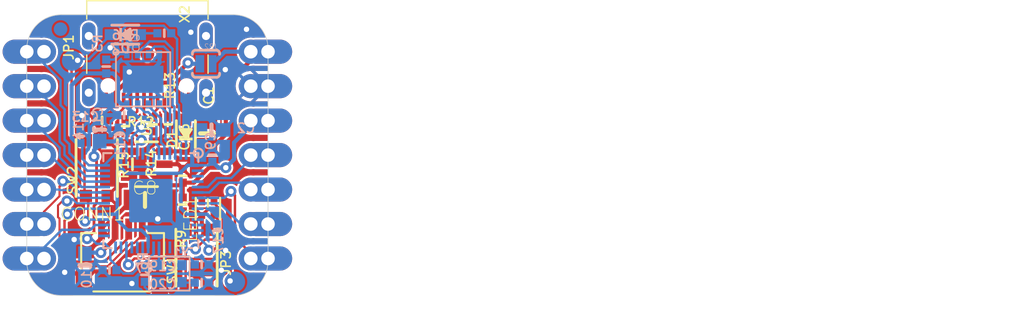
<source format=kicad_pcb>
(kicad_pcb (version 20221018) (generator pcbnew)
  (layers (0 "F.Cu" signal) (1 "In1.Cu" signal) (2 "In2.Cu" signal) (3 "In3.Cu" signal) (4 "In4.Cu" signal) (5 "In5.Cu" signal) (6 "In6.Cu" signal) (7 "In7.Cu" signal) (8 "In8.Cu" signal) (9 "In9.Cu" signal) (10 "In10.Cu" signal) (11 "In11.Cu" signal) (12 "In12.Cu" signal) (13 "In13.Cu" signal) (14 "In14.Cu" signal) (31 "B.Cu" signal) (34 "B.Paste" user) (35 "F.Paste" user) (36 "B.SilkS" user "B.Silkscreen") (37 "F.SilkS" user "F.Silkscreen") (38 "B.Mask" user) (39 "F.Mask" user) (44 "Edge.Cuts" user))
  (net 0 "")
  (net 1 "GND")
  (net 2 "D+")
  (net 3 "D-")
  (net 4 "VBUS")
  (net 5 "~{RESET}")
  (net 6 "SWCLK")
  (net 7 "SWDIO")
  (net 8 "A0")
  (net 9 "CC1")
  (net 10 "CC2")
  (net 11 "A1")
  (net 12 "MOSI")
  (net 13 "MISO")
  (net 14 "SCK")
  (net 15 "A2")
  (net 16 "A3")
  (net 17 "SDA")
  (net 18 "SCL")
  (net 19 "NEOPIX")
  (net 20 "NEO_PWR")
  (net 21 "+5V")
  (net 22 "+3V3")
  (net 23 "QSPI_DATA[0]")
  (net 24 "QSPI_DATA[1]")
  (net 25 "QSPI_SCK")
  (net 26 "QSPI_CS")
  (net 27 "QSPI_DATA[3]")
  (net 28 "QSPI_DATA[2]")
  (net 29 "1.2V")
  (net 30 "TX")
  (net 31 "RX")
  (net 32 "USB_D+")
  (net 33 "USB_D-")
  (net 34 "USBBOOT")
  (net 35 "N$5")
  (net 36 "N$6")
  (net 37 "N$7")
  (net 38 "SDA1")
  (net 39 "SCL1")
  (net 40 "N$1")
  (footprint "working:_0402NO" (layer "F.Cu") (at 151.1046 108.6485 -90)
    (fp_text reference "R9")
    (fp_text value "10K")
  )
  (footprint "working:FIDUCIAL_1MM" (layer "F.Cu") (at 148.5011 97.5741)
    (fp_text reference "U$8" hide)
    (fp_text value "FIDUCIAL_1MM" hide)
  )
  (footprint "working:JST_SH4_SKINNY" (layer "F.Cu") (at 146.6215 112.9665)
    (fp_text reference "CONN1")
    (fp_text value "STEMMA_I2C_QTSKINNY" hide)
  )
  (footprint "working:0805-NO" (layer "F.Cu") (at 152.8953 103.4034 90)
    (fp_text reference "C1")
    (fp_text value "10uF")
  )
  (footprint "working:QTPICO_TOP" (layer "F.Cu") (at 139.6111 115.3541)
    (fp_text reference "U$2" hide)
    (fp_text value "" hide)
  )
  (footprint "working:BTN_KMR2_4.6X2.8" (layer "F.Cu") (at 144.7673 105.9561 90)
    (fp_text reference "SW2")
    (fp_text value "KMR2")
  )
  (footprint "working:SOD-323_MINI" (layer "F.Cu") (at 151.3332 103.4669 90)
    (fp_text reference "D1")
    (fp_text value "  NSR0320")
  )
  (footprint "working:BTN_KMR2_4.6X2.8" (layer "F.Cu") (at 152.1206 112.5601 90)
    (fp_text reference "SW1")
    (fp_text value "KMR2")
  )
  (footprint "working:SK6805_1515" (layer "F.Cu") (at 152.9588 108.9533 90)
    (fp_text reference "LED1")
    (fp_text value "WS2812B_SK6805_1515")
  )
  (footprint "working:_0402NO" (layer "F.Cu") (at 150.0378 102.743 90)
    (fp_text reference "R13")
    (fp_text value "5.1K")
  )
  (footprint "working:_0402NO" (layer "F.Cu") (at 145.161 102.4382)
    (fp_text reference "R12")
    (fp_text value "5.1K")
  )
  (footprint "working:USB_C_CUSB31-CFM2AX-01-X" (layer "F.Cu") (at 148.5011 97.4344 180)
    (fp_text reference "X2")
    (fp_text value "USB Type C")
  )
  (footprint "working:0805-NO" (layer "F.Cu") (at 148.3233 108.3056)
    (fp_text reference "C8")
    (fp_text value "10uF")
  )
  (footprint "working:1X07_CASTEL" (layer "F.Cu") (at 140.8811 105.0036 -90)
    (fp_text reference "JP1")
    (fp_text value "")
  )
  (footprint "working:_0402NO" (layer "F.Cu") (at 146.8882 102.87 -90)
    (fp_text reference "R15")
    (fp_text value "27")
  )
  (footprint "working:_0402NO" (layer "F.Cu") (at 148.9202 102.743 -90)
    (fp_text reference "R14")
    (fp_text value "27")
  )
  (footprint "working:SOT23-5" (layer "F.Cu") (at 148.4503 105.6767 90)
    (fp_text reference "U1")
    (fp_text value "AP2112K-3.3")
  )
  (footprint "working:1X07_CASTEL" (layer "F.Cu") (at 156.1211 105.0036 90)
    (fp_text reference "JP3")
    (fp_text value "")
  )
  (footprint "working:_0402NO" (layer "F.Cu") (at 151.1046 106.5276 90)
    (fp_text reference "C16")
    (fp_text value "0.1uF")
  )
  (footprint "working:USON8_4X4" (layer "B.Cu") (at 148.1836 99.4156 -90)
    (fp_text reference "U5")
    (fp_text value "8MB QSPI Flash")
  )
  (footprint "working:QFN56_7MM_REDUCEDEPAD" (layer "B.Cu") (at 148.7551 108.3564 180)
    (fp_text reference "IC2" hide)
    (fp_text value "RP2040_QFN56" hide)
  )
  (footprint "working:0603-NO" (layer "B.Cu") (at 143.898703 113.123894 -90)
    (fp_text reference "C10")
    (fp_text value "1uF")
  )
  (footprint "working:_0402NO" (layer "B.Cu") (at 145.4658 98.4758 -90)
    (fp_text reference "R3")
    (fp_text value "10K")
  )
  (footprint "working:_0402NO" (layer "B.Cu") (at 152.5016 114.4016 180)
    (fp_text reference "C20")
    (fp_text value "22pF")
  )
  (footprint "working:_0402NO" (layer "B.Cu") (at 153.6065 110.5789 -90)
    (fp_text reference "C17")
    (fp_text value "0.1uF")
  )
  (footprint "working:0603-NO" (layer "B.Cu") (at 153.2255 103.1494)
    (fp_text reference "C2")
    (fp_text value "1uF")
  )
  (footprint "working:_0402NO" (layer "B.Cu") (at 153.289 104.9782 90)
    (fp_text reference "C9")
    (fp_text value "0.1uF")
  )
  (footprint "working:_0402NO" (layer "B.Cu") (at 149.7457 96.0247 180)
    (fp_text reference "R16")
    (fp_text value "1K")
  )
  (footprint "working:CRYSTAL_2.5X2" (layer "B.Cu") (at 150.114 113.7412 180)
    (fp_text reference "Y1")
    (fp_text value "12MHZ")
  )
  (footprint "working:_0402NO" (layer "B.Cu") (at 152.5016 113.0681 180)
    (fp_text reference "C19")
    (fp_text value "22pF")
  )
  (footprint "working:_0402NO" (layer "B.Cu") (at 146.7866 102.0572 180)
    (fp_text reference "C13")
    (fp_text value "0.1uF")
  )
  (footprint "working:_0402NO" (layer "B.Cu") (at 148.3106 113.8301 90)
    (fp_text reference "R6")
    (fp_text value "1K")
  )
  (footprint "working:_0402NO" (layer "B.Cu") (at 146.3802 103.4923 -90)
    (fp_text reference "C11")
    (fp_text value "0.1uF")
  )
  (footprint "working:SOD-323_MINI" (layer "B.Cu") (at 146.8755 96.1263)
    (fp_text reference "D2")
    (fp_text value "  NSR0320")
  )
  (footprint "working:_0402NO" (layer "B.Cu") (at 143.5608 103.6066 90)
    (fp_text reference "C14")
    (fp_text value "0.1uF")
  )
  (footprint "working:QTPICO_BOT" (layer "B.Cu") (at 157.3911 115.2906 180)
    (fp_text reference "U$1" hide)
    (fp_text value "" hide)
  )
  (footprint "working:0603-NO" (layer "B.Cu") (at 144.9832 103.124 90)
    (fp_text reference "C12")
    (fp_text value "1uF")
  )
  (footprint "working:FIDUCIAL_1MM" (layer "B.Cu") (at 142.1003 95.7199 180)
    (fp_text reference "U$6" hide)
    (fp_text value "FIDUCIAL_1MM" hide)
  )
  (footprint "working:TESTPOINT_ROUND_1.5MM_NO" (layer "B.Cu") (at 154.9527 114.3381 180)
    (fp_text reference "TP3" hide)
    (fp_text value "" hide)
  )
  (footprint "working:_0402NO" (layer "B.Cu") (at 145.7071 113.4745)
    (fp_text reference "C7")
    (fp_text value "0.1uF")
  )
  (footprint "working:TESTPOINT_ROUND_1.5MM_NO" (layer "B.Cu") (at 142.9512 98.044 180)
    (fp_text reference "TP4" hide)
    (fp_text value "" hide)
  )
  (footprint "working:SJ_2S-NO" (layer "B.Cu") (at 152.8191 98.2726 180)
    (fp_text reference "JP2")
    (fp_text value "")
  )
  (gr_line (start 157.3911 97.1931) (end 157.3911 112.8141) (stroke (width 0.05)) (layer "Edge.Cuts"))
  (gr_arc (start 142.1511 115.3541) (mid 140.355049 114.610151) (end 139.6111 112.8141) (stroke (width 0.05)) (layer "Edge.Cuts"))
  (gr_arc (start 157.3911 112.8141) (mid 156.647151 114.610151) (end 154.8511 115.3541) (stroke (width 0.05)) (layer "Edge.Cuts"))
  (gr_line (start 142.1511 94.6531) (end 154.8511 94.6531) (stroke (width 0.05)) (layer "Edge.Cuts"))
  (gr_line (start 154.8511 115.3541) (end 142.1511 115.3541) (stroke (width 0.05)) (layer "Edge.Cuts"))
  (gr_line (start 139.6111 112.8141) (end 139.6111 97.1931) (stroke (width 0.05)) (layer "Edge.Cuts"))
  (gr_arc (start 154.8511 94.6531) (mid 156.647151 95.397049) (end 157.3911 97.1931) (stroke (width 0.05)) (layer "Edge.Cuts"))
  (gr_arc (start 139.6111 97.1931) (mid 140.355049 95.397049) (end 142.1511 94.6531) (stroke (width 0.05)) (layer "Edge.Cuts"))
  (gr_text "" (at 212.9409 112.7633) (layer "F.SilkS") (effects (font (size 0.89408 0.89408) (thickness 0.12192))))
  (segment (start 149.7504 105.6767) (end 150.7617 105.6767) (width 0.3048) (layer "F.Cu") (net 1))
  (segment (start 145.5673 103.5886) (end 144.653 102.6743) (width 0.3048) (layer "F.Cu") (net 1))
  (segment (start 144.653 102.4382) (end 144.653 101.7905) (width 0.3048) (layer "F.Cu") (net 1))
  (segment (start 151.7011 100.9794) (end 151.7011 101.2592) (width 0.3048) (layer "F.Cu") (net 1))
  (segment (start 145.5673 103.9061) (end 145.5673 103.5886) (width 0.3048) (layer "F.Cu") (net 1))
  (segment (start 149.2733 108.3056) (end 149.2733 109.6924) (width 0.3048) (layer "F.Cu") (net 1))
  (segment (start 145.1215 110.4525) (end 145.1215 111.1137) (width 0.3048) (layer "F.Cu") (net 1))
  (segment (start 152.5088 110.0983) (end 152.9206 110.5101) (width 0.3048) (layer "F.Cu") (net 1))
  (segment (start 152.5088 109.4533) (end 152.5088 110.0983) (width 0.3048) (layer "F.Cu") (net 1))
  (segment (start 145.3011 101.1424) (end 144.653 101.7905) (width 0.3048) (layer "F.Cu") (net 1))
  (segment (start 153.1366 101.9556) (end 153.7716 101.3206) (width 0.4064) (layer "F.Cu") (net 1))
  (segment (start 151.7011 101.2592) (end 152.8953 102.4534) (width 0.3048) (layer "F.Cu") (net 1))
  (segment (start 145.1215 111.1137) (end 144.1196 112.1156) (width 0.3048) (layer "F.Cu") (net 1))
  (segment (start 144.653 102.4382) (end 144.653 102.6743) (width 0.3048) (layer "F.Cu") (net 1))
  (segment (start 145.3011 100.9794) (end 145.3011 101.1424) (width 0.3048) (layer "F.Cu") (net 1))
  (segment (start 149.2733 109.6924) (end 149.2631 109.7026) (width 0.3048) (layer "F.Cu") (net 1))
  (segment (start 150.7617 105.6767) (end 151.1046 106.0196) (width 0.3048) (layer "F.Cu") (net 1))
  (via (at 154.2669 112.0267) (size 0.8001) (drill 0.3937) (layers "F.Cu" "B.Cu") (net 1))
  (via (at 155.8036 95.7326) (size 0.8001) (drill 0.3937) (layers "F.Cu" "B.Cu") (net 1))
  (via (at 151.7015 95.9485) (size 0.8001) (drill 0.3937) (layers "F.Cu" "B.Cu") (net 1))
  (via (at 154.2415 98.7044) (size 0.8001) (drill 0.3937) (layers "F.Cu" "B.Cu") (net 1))
  (via (at 143.1036 111.2266) (size 0.8001) (drill 0.3937) (layers "F.Cu" "B.Cu") (net 1))
  (via (at 153.9494 113.4872) (size 0.8001) (drill 0.3937) (layers "F.Cu" "B.Cu") (net 1))
  (via (at 145.7579 97.0915) (size 0.8001) (drill 0.3937) (layers "F.Cu" "B.Cu") (net 1))
  (via (at 147.1676 98.8822) (size 0.8001) (drill 0.3937) (layers "F.Cu" "B.Cu") (net 1))
  (via (at 149.2631 109.7026) (size 0.8001) (drill 0.3937) (layers "F.Cu" "B.Cu") (net 1))
  (via (at 147.3581 114.4651) (size 0.8001) (drill 0.3937) (layers "F.Cu" "B.Cu") (net 1))
  (via (at 142.4051 113.6396) (size 0.8001) (drill 0.3937) (layers "F.Cu" "B.Cu") (net 1))
  (via (at 143.6751 102.0826) (size 0.8001) (drill 0.3937) (layers "F.Cu" "B.Cu") (net 1))
  (segment (start 148.1836 99.4156) (end 147.6502 98.8822) (width 0.3048) (layer "B.Cu") (net 1))
  (segment (start 148.7551 108.3564) (end 149.2631 108.8644) (width 0.3048) (layer "B.Cu") (net 1))
  (segment (start 149.3836 97.5656) (end 149.3836 98.2156) (width 0.3048) (layer "B.Cu") (net 1))
  (segment (start 149.2631 108.8644) (end 149.2631 109.7026) (width 0.3048) (layer "B.Cu") (net 1))
  (segment (start 145.2 102.0572) (end 144.9832 102.274) (width 0.3048) (layer "B.Cu") (net 1))
  (segment (start 149.3836 98.2156) (end 148.1836 99.4156) (width 0.3048) (layer "B.Cu") (net 1))
  (segment (start 148.7551 108.3564) (end 148.7551 108.1405) (width 0.3048) (layer "B.Cu") (net 1))
  (segment (start 157.3911 99.9236) (end 156.1211 99.9236) (width 0.3048) (layer "B.Cu") (net 1))
  (segment (start 147.6502 98.8822) (end 147.1676 98.8822) (width 0.3048) (layer "B.Cu") (net 1))
  (segment (start 146.2786 102.0572) (end 145.2 102.0572) (width 0.3048) (layer "B.Cu") (net 1))
  (segment (start 148.0566 103.9114) (end 147.5232 103.378) (width 0.1778) (layer "F.Cu") (net 2))
  (segment (start 147.5232 103.378) (end 146.8882 103.378) (width 0.1778) (layer "F.Cu") (net 2))
  (via (at 148.0566 103.9114) (size 0.8001) (drill 0.3937) (layers "F.Cu" "B.Cu") (net 2))
  (segment (start 147.7551 104.9064) (end 147.7551 104.2129) (width 0.1778) (layer "B.Cu") (net 2))
  (segment (start 147.7551 104.2129) (end 148.0566 103.9114) (width 0.1778) (layer "B.Cu") (net 2))
  (segment (start 148.9202 103.251) (end 148.506031 103.251) (width 0.1778) (layer "F.Cu") (net 3))
  (segment (start 148.506031 103.251) (end 148.211043 102.956013) (width 0.1778) (layer "F.Cu") (net 3))
  (segment (start 148.211043 102.956013) (end 148.058643 102.956013) (width 0.1778) (layer "F.Cu") (net 3))
  (via (at 148.058643 102.956013) (size 0.8001) (drill 0.3937) (layers "F.Cu" "B.Cu") (net 3))
  (segment (start 147.3551 103.659557) (end 148.058643 102.956013) (width 0.1778) (layer "B.Cu") (net 3))
  (segment (start 147.3551 103.659557) (end 147.3551 104.9064) (width 0.1778) (layer "B.Cu") (net 3))
  (segment (start 150.9011 100.48585) (end 150.9011 100.9794) (width 0.3048) (layer "F.Cu") (net 4))
  (segment (start 146.076859 100.472997) (end 146.880256 99.6696) (width 0.3048) (layer "F.Cu") (net 4))
  (segment (start 146.076859 100.95516) (end 146.076859 100.472997) (width 0.3048) (layer "F.Cu") (net 4))
  (segment (start 146.880256 99.6696) (end 150.08485 99.6696) (width 0.3048) (layer "F.Cu") (net 4))
  (segment (start 151.3332 101.96115) (end 150.9011 101.52905) (width 0.3048) (layer "F.Cu") (net 4))
  (segment (start 150.086725 99.671475) (end 150.08485 99.6696) (width 0.3048) (layer "F.Cu") (net 4))
  (segment (start 150.9011 101.52905) (end 150.9011 100.9794) (width 0.3048) (layer "F.Cu") (net 4))
  (segment (start 150.086725 99.607975) (end 150.086725 99.671475) (width 0.3048) (layer "F.Cu") (net 4))
  (segment (start 146.1011 100.9794) (end 146.076859 100.95516) (width 0.3048) (layer "F.Cu") (net 4))
  (segment (start 151.4856 98.2091) (end 150.086725 99.607975) (width 0.3048) (layer "F.Cu") (net 4))
  (segment (start 150.9011 100.48585) (end 150.086725 99.671475) (width 0.3048) (layer "F.Cu") (net 4))
  (segment (start 151.3332 102.3969) (end 151.3332 101.96115) (width 0.3048) (layer "F.Cu") (net 4))
  (via (at 151.4856 98.2091) (size 0.8001) (drill 0.3937) (layers "F.Cu" "B.Cu") (net 4))
  (segment (start 151.5491 98.2726) (end 151.4856 98.2091) (width 0.3048) (layer "B.Cu") (net 4))
  (segment (start 152.3691 98.2726) (end 151.5491 98.2726) (width 0.3048) (layer "B.Cu") (net 4))
  (segment (start 151.2316 112.6236) (end 151.3206 112.5346) (width 0.1778) (layer "F.Cu") (net 5))
  (segment (start 151.3206 112.5346) (end 151.3206 112.65535) (width 0.1778) (layer "F.Cu") (net 5))
  (segment (start 154.6352 114.2365) (end 154.5971 114.2746) (width 0.1778) (layer "F.Cu") (net 5))
  (segment (start 147.5486 112.6236) (end 151.2316 112.6236) (width 0.1778) (layer "F.Cu") (net 5))
  (segment (start 151.3206 109.3725) (end 151.3206 110.5101) (width 0.1778) (layer "F.Cu") (net 5))
  (segment (start 147.5486 112.6236) (end 147.095546 113.076654) (width 0.1778) (layer "F.Cu") (net 5))
  (segment (start 151.3206 110.5101) (end 151.3206 112.5346) (width 0.1778) (layer "F.Cu") (net 5))
  (segment (start 154.6352 113.2078) (end 154.08275 112.65535) (width 0.1778) (layer "F.Cu") (net 5))
  (segment (start 151.1046 109.1565) (end 151.3206 109.3725) (width 0.1778) (layer "F.Cu") (net 5))
  (segment (start 154.08275 112.65535) (end 151.3206 112.65535) (width 0.1778) (layer "F.Cu") (net 5))
  (segment (start 151.3206 112.65535) (end 151.3206 114.6101) (width 0.1778) (layer "F.Cu") (net 5))
  (segment (start 154.6352 114.2365) (end 154.6352 113.2078) (width 0.1778) (layer "F.Cu") (net 5))
  (via (at 154.5971 114.2746) (size 0.8001) (drill 0.3937) (layers "F.Cu" "B.Cu") (net 5))
  (via (at 147.095546 113.076654) (size 0.8001) (drill 0.3937) (layers "F.Cu" "B.Cu") (net 5))
  (segment (start 146.9551 111.8064) (end 146.9551 112.936207) (width 0.1778) (layer "B.Cu") (net 5))
  (segment (start 147.095546 113.076654) (end 146.9551 112.936207) (width 0.1778) (layer "B.Cu") (net 5))
  (segment (start 154.5971 114.2746) (end 154.8892 114.2746) (width 0.1778) (layer "B.Cu") (net 5))
  (segment (start 154.9527 114.3381) (end 154.8892 114.2746) (width 0.1778) (layer "B.Cu") (net 5))
  (segment (start 142.1003 99.4918) (end 140.8811 98.2726) (width 0.1778) (layer "B.Cu") (net 8))
  (segment (start 139.6111 97.3836) (end 140.8811 97.3836) (width 0.1778) (layer "B.Cu") (net 8))
  (segment (start 140.8811 97.3836) (end 140.8811 98.2726) (width 0.1778) (layer "B.Cu") (net 8))
  (segment (start 145.3051 106.1564) (end 144.0659 106.1564) (width 0.1778) (layer "B.Cu") (net 8))
  (segment (start 142.4051 101.6381) (end 142.1003 101.3333) (width 0.1778) (layer "B.Cu") (net 8))
  (segment (start 142.1003 99.4918) (end 142.1003 101.3333) (width 0.1778) (layer "B.Cu") (net 8))
  (segment (start 142.748 104.8385) (end 142.748 104.2035) (width 0.1778) (layer "B.Cu") (net 8))
  (segment (start 142.4051 101.6381) (end 142.4051 103.8606) (width 0.1778) (layer "B.Cu") (net 8))
  (segment (start 144.0659 106.1564) (end 142.748 104.8385) (width 0.1778) (layer "B.Cu") (net 8))
  (segment (start 142.748 104.2035) (end 142.4051 103.8606) (width 0.1778) (layer "B.Cu") (net 8))
  (segment (start 149.7511 101.7451) (end 150.0378 102.0318) (width 0.254) (layer "F.Cu") (net 9))
  (segment (start 150.0378 102.0318) (end 150.0378 102.235) (width 0.1778) (layer "F.Cu") (net 9))
  (segment (start 149.7511 100.9794) (end 149.7511 101.7451) (width 0.254) (layer "F.Cu") (net 9))
  (segment (start 146.7511 101.5466) (end 145.8595 102.4382) (width 0.1778) (layer "F.Cu") (net 10))
  (segment (start 145.669 102.4382) (end 145.8595 102.4382) (width 0.1778) (layer "F.Cu") (net 10))
  (segment (start 146.7511 100.9794) (end 146.7511 101.5466) (width 0.1778) (layer "F.Cu") (net 10))
  (segment (start 139.6111 99.9236) (end 140.8811 99.9236) (width 0.1778) (layer "F.Cu") (net 11))
  (segment (start 142.3924 104.3559) (end 142.0368 104.0003) (width 0.1778) (layer "B.Cu") (net 11))
  (segment (start 142.3924 104.987975) (end 142.3924 104.3559) (width 0.1778) (layer "B.Cu") (net 11))
  (segment (start 142.0368 101.8413) (end 142.0368 104.0003) (width 0.1778) (layer "B.Cu") (net 11))
  (segment (start 145.3051 106.5564) (end 143.960825 106.5564) (width 0.1778) (layer "B.Cu") (net 11))
  (segment (start 142.0368 101.8413) (end 140.8811 100.6856) (width 0.1778) (layer "B.Cu") (net 11))
  (segment (start 143.960825 106.5564) (end 142.3924 104.987975) (width 0.1778) (layer "B.Cu") (net 11))
  (segment (start 140.8811 99.9236) (end 140.8811 100.6856) (width 0.1778) (layer "B.Cu") (net 11))
  (segment (start 157.3911 105.0036) (end 156.1211 105.0036) (width 0.1778) (layer "B.Cu") (net 12))
  (segment (start 156.1211 105.0036) (end 156.1211 105.2576) (width 0.1778) (layer "B.Cu") (net 12))
  (segment (start 154.6827 106.696) (end 153.6021 106.696) (width 0.1778) (layer "B.Cu") (net 12))
  (segment (start 156.1211 105.2576) (end 154.6827 106.696) (width 0.1778) (layer "B.Cu") (net 12))
  (segment (start 152.9417 107.3564) (end 152.2051 107.3564) (width 0.1778) (layer "B.Cu") (net 12))
  (segment (start 153.6021 106.696) (end 152.9417 107.3564) (width 0.1778) (layer "B.Cu") (net 12))
  (segment (start 157.3911 107.5436) (end 156.1211 107.5436) (width 0.1778) (layer "B.Cu") (net 13))
  (segment (start 156.1211 107.5436) (end 155.61 107.0325) (width 0.1778) (layer "B.Cu") (net 13))
  (segment (start 153.0687 107.7564) (end 152.2051 107.7564) (width 0.1778) (layer "B.Cu") (net 13))
  (segment (start 153.7926 107.0325) (end 153.0687 107.7564) (width 0.1778) (layer "B.Cu") (net 13))
  (segment (start 155.61 107.0325) (end 153.7926 107.0325) (width 0.1778) (layer "B.Cu") (net 13))
  (segment (start 156.1211 110.0836) (end 155.3718 110.0836) (width 0.1778) (layer "B.Cu") (net 14))
  (segment (start 155.3718 110.0836) (end 153.8446 108.5564) (width 0.1778) (layer "B.Cu") (net 14))
  (segment (start 157.3911 110.0836) (end 156.1211 110.0836) (width 0.1778) (layer "B.Cu") (net 14))
  (segment (start 153.8446 108.5564) (end 152.2051 108.5564) (width 0.1778) (layer "B.Cu") (net 14))
  (segment (start 139.6111 102.4636) (end 140.8811 102.4636) (width 0.1778) (layer "F.Cu") (net 15))
  (segment (start 145.3051 106.9564) (end 143.80495 106.9564) (width 0.1778) (layer "B.Cu") (net 15))
  (segment (start 142.0368 105.18825) (end 142.0368 104.4702) (width 0.1778) (layer "B.Cu") (net 15))
  (segment (start 142.0368 104.4702) (end 140.8811 103.3145) (width 0.1778) (layer "B.Cu") (net 15))
  (segment (start 143.80495 106.9564) (end 142.0368 105.18825) (width 0.1778) (layer "B.Cu") (net 15))
  (segment (start 140.8811 102.4636) (end 140.8811 103.3145) (width 0.1778) (layer "B.Cu") (net 15))
  (segment (start 139.6111 105.0036) (end 140.8811 105.0036) (width 0.1778) (layer "F.Cu") (net 16))
  (segment (start 143.6657 107.3564) (end 141.3129 105.0036) (width 0.1778) (layer "B.Cu") (net 16))
  (segment (start 141.3129 105.0036) (end 140.8811 105.0036) (width 0.1778) (layer "B.Cu") (net 16))
  (segment (start 145.3051 107.3564) (end 143.6657 107.3564) (width 0.1778) (layer "B.Cu") (net 16))
  (segment (start 139.6111 107.5436) (end 140.8811 107.5436) (width 0.1778) (layer "F.Cu") (net 17))
  (segment (start 142.829456 107.586957) (end 142.044193 107.586957) (width 0.1524) (layer "B.Cu") (net 17))
  (segment (start 145.3051 108.1564) (end 143.3989 108.1564) (width 0.1524) (layer "B.Cu") (net 17))
  (segment (start 142.000837 107.5436) (end 140.8811 107.5436) (width 0.1524) (layer "B.Cu") (net 17))
  (segment (start 143.3989 108.1564) (end 142.829456 107.586957) (width 0.1524) (layer "B.Cu") (net 17))
  (segment (start 142.044193 107.586957) (end 142.000837 107.5436) (width 0.1524) (layer "B.Cu") (net 17))
  (segment (start 142.26649 106.92021) (end 142.34269 106.99641) (width 0.1778) (layer "F.Cu") (net 18))
  (segment (start 140.8811 109.174932) (end 140.8811 109.1946) (width 0.1524) (layer "F.Cu") (net 18))
  (segment (start 142.0241 107.315) (end 142.0241 108.031932) (width 0.1524) (layer "F.Cu") (net 18))
  (segment (start 140.8811 109.1946) (end 140.8811 110.0836) (width 0.1778) (layer "F.Cu") (net 18))
  (segment (start 142.0241 108.031932) (end 140.8811 109.174932) (width 0.1524) (layer "F.Cu") (net 18))
  (segment (start 139.6111 110.0836) (end 140.8811 110.0836) (width 0.1778) (layer "F.Cu") (net 18))
  (segment (start 142.34269 106.99641) (end 142.0241 107.315) (width 0.1778) (layer "F.Cu") (net 18))
  (via (at 142.26649 106.92021) (size 0.8001) (drill 0.3937) (layers "F.Cu" "B.Cu") (net 18))
  (segment (start 143.489 107.7564) (end 142.652809 106.92021) (width 0.1778) (layer "B.Cu") (net 18))
  (segment (start 145.3051 107.7564) (end 143.489 107.7564) (width 0.1778) (layer "B.Cu") (net 18))
  (segment (start 142.26649 106.92021) (end 142.652809 106.92021) (width 0.1778) (layer "B.Cu") (net 18))
  (segment (start 153.4088 109.4533) (end 153.6755 109.72) (width 0.1778) (layer "F.Cu") (net 19))
  (segment (start 152.0444 111.9251) (end 152.7429 111.2266) (width 0.1778) (layer "F.Cu") (net 19))
  (segment (start 153.6755 111.2266) (end 152.7429 111.2266) (width 0.1778) (layer "F.Cu") (net 19))
  (segment (start 153.6755 109.72) (end 153.6755 111.2266) (width 0.1778) (layer "F.Cu") (net 19))
  (via (at 152.0444 111.9251) (size 0.8001) (drill 0.3937) (layers "F.Cu" "B.Cu") (net 19))
  (segment (start 151.4738 111.9251) (end 152.0444 111.9251) (width 0.1778) (layer "B.Cu") (net 19))
  (segment (start 151.3551 111.8064) (end 151.4738 111.9251) (width 0.1778) (layer "B.Cu") (net 19))
  (segment (start 153.3652 112.014) (end 153.0223 112.014) (width 0.1778) (layer "F.Cu") (net 20))
  (segment (start 154.051 109.1899) (end 153.4088 108.5477) (width 0.1778) (layer "F.Cu") (net 20))
  (segment (start 154.051 109.1899) (end 154.051 111.3282) (width 0.1778) (layer "F.Cu") (net 20))
  (segment (start 154.051 111.3282) (end 153.3652 112.014) (width 0.1778) (layer "F.Cu") (net 20))
  (segment (start 153.4088 108.4533) (end 153.4088 108.5477) (width 0.1778) (layer "F.Cu") (net 20))
  (via (at 153.0223 112.014) (size 0.8001) (drill 0.3937) (layers "F.Cu" "B.Cu") (net 20))
  (segment (start 152.2051 110.9936) (end 153.0223 111.8108) (width 0.1778) (layer "B.Cu") (net 20))
  (segment (start 153.0223 111.8108) (end 153.0223 112.014) (width 0.1778) (layer "B.Cu") (net 20))
  (segment (start 152.2051 110.9564) (end 152.2051 110.9936) (width 0.1778) (layer "B.Cu") (net 20))
  (segment (start 151.3332 104.5369) (end 152.7118 104.5369) (width 0.3048) (layer "F.Cu") (net 21))
  (segment (start 148.7551 106.4006) (end 148.7551 105.0036) (width 0.3048) (layer "F.Cu") (net 21))
  (segment (start 154.2796 103.4796) (end 153.4058 104.3534) (width 0.3048) (layer "F.Cu") (net 21))
  (segment (start 156.1211 98.0186) (end 154.2796 99.8601) (width 0.3048) (layer "F.Cu") (net 21))
  (segment (start 149.7504 106.6267) (end 148.9812 106.6267) (width 0.3048) (layer "F.Cu") (net 21))
  (segment (start 151.3332 104.5369) (end 151.3332 104.7267) (width 0.3048) (layer "F.Cu") (net 21))
  (segment (start 151.3332 104.7267) (end 149.7504 104.7267) (width 0.3048) (layer "F.Cu") (net 21))
  (segment (start 153.4058 104.3534) (end 152.8953 104.3534) (width 0.3048) (layer "F.Cu") (net 21))
  (segment (start 152.7118 104.5369) (end 152.8953 104.3534) (width 0.3048) (layer "F.Cu") (net 21))
  (segment (start 148.9812 106.6267) (end 148.7551 106.4006) (width 0.3048) (layer "F.Cu") (net 21))
  (segment (start 149.032 104.7267) (end 149.7504 104.7267) (width 0.3048) (layer "F.Cu") (net 21))
  (segment (start 148.7551 105.0036) (end 149.032 104.7267) (width 0.3048) (layer "F.Cu") (net 21))
  (segment (start 154.2796 99.8601) (end 154.2796 103.4796) (width 0.3048) (layer "F.Cu") (net 21))
  (segment (start 156.1211 97.3836) (end 156.1211 98.0186) (width 0.3048) (layer "F.Cu") (net 21))
  (segment (start 153.3144 98.2726) (end 153.2691 98.2726) (width 0.3048) (layer "B.Cu") (net 21))
  (segment (start 157.3911 97.3836) (end 156.1211 97.3836) (width 0.3048) (layer "B.Cu") (net 21))
  (segment (start 157.3911 97.3836) (end 154.2034 97.3836) (width 0.3048) (layer "B.Cu") (net 21))
  (segment (start 154.2034 97.3836) (end 153.3144 98.2726) (width 0.3048) (layer "B.Cu") (net 21))
  (segment (start 146.0881 109.8931) (end 146.0881 109.5908) (width 0.3048) (layer "F.Cu") (net 22))
  (segment (start 146.1215 111.1424) (end 145.0721 112.1918) (width 0.3048) (layer "F.Cu") (net 22))
  (segment (start 153.0309 105.9307) (end 154.2796 105.9307) (width 0.3048) (layer "F.Cu") (net 22))
  (segment (start 147.3733 106.8498) (end 147.3733 107.2261) (width 0.3048) (layer "F.Cu") (net 22))
  (segment (start 146.0881 109.5908) (end 147.3733 108.3056) (width 0.3048) (layer "F.Cu") (net 22))
  (segment (start 146.1215 110.4525) (end 146.1215 111.1424) (width 0.3048) (layer "F.Cu") (net 22))
  (segment (start 151.1046 107.0356) (end 151.926 107.0356) (width 0.3048) (layer "F.Cu") (net 22))
  (segment (start 150.9141 107.2261) (end 151.1046 107.0356) (width 0.3048) (layer "F.Cu") (net 22))
  (segment (start 146.0881 109.8931) (end 146.0881 110.4191) (width 0.3048) (layer "F.Cu") (net 22))
  (segment (start 146.0881 110.4191) (end 146.1215 110.4525) (width 0.3048) (layer "F.Cu") (net 22))
  (segment (start 147.3733 107.2261) (end 150.9141 107.2261) (width 0.3048) (layer "F.Cu") (net 22))
  (segment (start 147.1502 106.6267) (end 147.3733 106.8498) (width 0.3048) (layer "F.Cu") (net 22))
  (segment (start 151.926 107.0356) (end 153.0309 105.9307) (width 0.3048) (layer "F.Cu") (net 22))
  (segment (start 146.1215 109.9265) (end 146.0881 109.8931) (width 0.3048) (layer "F.Cu") (net 22))
  (segment (start 151.1046 107.0356) (end 151.1046 108.1405) (width 0.3048) (layer "F.Cu") (net 22))
  (segment (start 147.3733 107.2261) (end 147.3733 108.3056) (width 0.3048) (layer "F.Cu") (net 22))
  (via (at 154.2796 105.9307) (size 0.8001) (drill 0.3937) (layers "F.Cu" "B.Cu") (net 22))
  (via (at 145.0721 112.1918) (size 0.8001) (drill 0.3937) (layers "F.Cu" "B.Cu") (net 22))
  (segment (start 148.5551 111.0266) (end 148.0566 110.5281) (width 0.254) (layer "B.Cu") (net 22))
  (segment (start 146.5326 105.8926) (end 146.9898 106.3498) (width 0.254) (layer "B.Cu") (net 22))
  (segment (start 147.2946 102.0572) (end 147.2946 101.9556) (width 0.1778) (layer "B.Cu") (net 22))
  (segment (start 146.3421 100.207757) (end 146.3425 100.207357) (width 0.3048) (layer "B.Cu") (net 22))
  (segment (start 148.0566 110.5281) (end 147.0406 110.5281) (width 0.254) (layer "B.Cu") (net 22))
  (segment (start 147.3931 101.8571) (end 146.9836 101.4476) (width 0.3048) (layer "B.Cu") (net 22))
  (segment (start 150.9776 106.3498) (end 150.9776 106.2228) (width 0.254) (layer "B.Cu") (net 22))
  (segment (start 151.8841 105.7564) (end 152.2051 105.7564) (width 0.254) (layer "B.Cu") (net 22))
  (segment (start 147.0406 110.5281) (end 146.2786 109.7661) (width 0.254) (layer "B.Cu") (net 22))
  (segment (start 146.2786 109.7661) (end 146.2786 109.3564) (width 0.254) (layer "B.Cu") (net 22))
  (segment (start 153.0188 105.7564) (end 153.289 105.4862) (width 0.1778) (layer "B.Cu") (net 22))
  (segment (start 151.3934 109.3564) (end 150.9776 108.9406) (width 0.254) (layer "B.Cu") (net 22))
  (segment (start 143.5608 104.1146) (end 143.5608 104.013) (width 0.254) (layer "B.Cu") (net 22))
  (segment (start 146.9836 101.2656) (end 146.9836 101.4476) (width 0.3048) (layer "B.Cu") (net 22))
  (segment (start 145.9738 98.9838) (end 145.4658 98.9838) (width 0.3048) (layer "B.Cu") (net 22))
  (segment (start 152.892 109.3564) (end 153.6065 110.0709) (width 0.254) (layer "B.Cu") (net 22))
  (segment (start 145.3051 105.7564) (end 144.1875 105.7564) (width 0.1778) (layer "B.Cu") (net 22))
  (segment (start 148.5551 111.8064) (end 148.5551 111.0266) (width 0.254) (layer "B.Cu") (net 22))
  (segment (start 143.980796 112.1918) (end 143.898703 112.273894) (width 0.3048) (layer "B.Cu") (net 22))
  (segment (start 143.2941 104.1146) (end 142.9131 103.7336) (width 0.3048) (layer "B.Cu") (net 22))
  (segment (start 157.3911 102.4636) (end 156.1211 102.4636) (width 0.3048) (layer "B.Cu") (net 22))
  (segment (start 146.5326 105.8926) (end 146.2786 106.1466) (width 0.254) (layer "B.Cu") (net 22))
  (segment (start 146.1551 104.9064) (end 145.3051 105.7564) (width 0.1778) (layer "B.Cu") (net 22))
  (segment (start 147.7837 102.2477) (end 148.4122 102.2477) (width 0.3048) (layer "B.Cu") (net 22))
  (segment (start 146.3425 99.3525) (end 145.9738 98.9838) (width 0.3048) (layer "B.Cu") (net 22))
  (segment (start 148.763493 102.598994) (end 148.763493 104.169707) (width 0.254) (layer "B.Cu") (net 22))
  (segment (start 156.1211 102.8446) (end 156.1211 102.4636) (width 0.3048) (layer "B.Cu") (net 22))
  (segment (start 146.9836 101.2656) (end 146.6046 101.2656) (width 0.3048) (layer "B.Cu") (net 22))
  (segment (start 145.4658 98.9838) (end 143.7894 98.9838) (width 0.3048) (layer "B.Cu") (net 22))
  (segment (start 146.5326 105.8926) (end 146.5326 104.9064) (width 0.254) (layer "B.Cu") (net 22))
  (segment (start 143.7005 105.2694) (end 143.7005 104.2543) (width 0.1778) (layer "B.Cu") (net 22))
  (segment (start 147.2946 101.9556) (end 147.3931 101.8571) (width 0.1778) (layer "B.Cu") (net 22))
  (segment (start 145.3056 98.9916) (end 145.3896 98.9076) (width 0.3048) (layer "B.Cu") (net 22))
  (segment (start 146.6046 101.2656) (end 146.3421 101.0031) (width 0.3048) (layer "B.Cu") (net 22))
  (segment (start 146.1551 104.9064) (end 146.5326 104.9064) (width 0.1778) (layer "B.Cu") (net 22))
  (segment (start 151.4812 105.7564) (end 151.0275 106.2101) (width 0.254) (layer "B.Cu") (net 22))
  (segment (start 153.289 105.4862) (end 153.7335 105.9307) (width 0.3048) (layer "B.Cu") (net 22))
  (segment (start 152.3755 103.1494) (end 151.8031 103.7218) (width 0.3048) (layer "B.Cu") (net 22))
  (segment (start 144.1875 105.7564) (end 143.7005 105.2694) (width 0.1778) (layer "B.Cu") (net 22))
  (segment (start 142.9131 103.7336) (end 142.9131 99.8601) (width 0.3048) (layer "B.Cu") (net 22))
  (segment (start 145.0721 112.1918) (end 143.980796 112.1918) (width 0.3048) (layer "B.Cu") (net 22))
  (segment (start 148.763493 104.169707) (end 148.5551 104.3781) (width 0.2032) (layer "B.Cu") (net 22))
  (segment (start 148.4122 102.2477) (end 148.763493 102.598994) (width 0.3048) (layer "B.Cu") (net 22))
  (segment (start 148.5551 104.3781) (end 148.5551 104.9064) (width 0.254) (layer "B.Cu") (net 22))
  (segment (start 147.7837 102.2477) (end 147.3931 101.8571) (width 0.3048) (layer "B.Cu") (net 22))
  (segment (start 150.9776 106.2228) (end 150.9776 106.2101) (width 0.1778) (layer "B.Cu") (net 22))
  (segment (start 151.8031 103.7218) (end 151.8031 105.6754) (width 0.3048) (layer "B.Cu") (net 22))
  (segment (start 145.3896 98.9076) (end 145.4658 98.9838) (width 0.3048) (layer "B.Cu") (net 22))
  (segment (start 151.3934 109.3564) (end 152.2051 109.3564) (width 0.254) (layer "B.Cu") (net 22))
  (segment (start 152.2051 105.7564) (end 153.0188 105.7564) (width 0.1778) (layer "B.Cu") (net 22))
  (segment (start 151.4812 105.7564) (end 152.2051 105.7564) (width 0.254) (layer "B.Cu") (net 22))
  (segment (start 148.5551 104.9064) (end 148.1551 104.9064) (width 0.1778) (layer "B.Cu") (net 22))
  (segment (start 146.3425 100.207357) (end 146.3425 99.3525) (width 0.3048) (layer "B.Cu") (net 22))
  (segment (start 146.2786 106.1466) (end 146.2786 109.3564) (width 0.254) (layer "B.Cu") (net 22))
  (segment (start 154.2796 105.9307) (end 154.8892 105.3211) (width 0.3048) (layer "B.Cu") (net 22))
  (segment (start 156.1211 102.8446) (end 154.8892 104.0765) (width 0.3048) (layer "B.Cu") (net 22))
  (segment (start 154.2796 105.9307) (end 153.7335 105.9307) (width 0.3048) (layer "B.Cu") (net 22))
  (segment (start 142.9131 99.8601) (end 143.7894 98.9838) (width 0.3048) (layer "B.Cu") (net 22))
  (segment (start 150.9776 106.2101) (end 151.0275 106.2101) (width 0.1778) (layer "B.Cu") (net 22))
  (segment (start 145.3051 109.3564) (end 146.2786 109.3564) (width 0.254) (layer "B.Cu") (net 22))
  (segment (start 150.9776 108.9406) (end 150.9776 106.3498) (width 0.254) (layer "B.Cu") (net 22))
  (segment (start 154.8892 104.0765) (end 154.8892 105.3211) (width 0.3048) (layer "B.Cu") (net 22))
  (segment (start 151.8031 105.6754) (end 151.8841 105.7564) (width 0.254) (layer "B.Cu") (net 22))
  (segment (start 152.2051 109.3564) (end 152.892 109.3564) (width 0.254) (layer "B.Cu") (net 22))
  (segment (start 146.3421 101.0031) (end 146.3421 100.207757) (width 0.3048) (layer "B.Cu") (net 22))
  (segment (start 146.9898 106.3498) (end 150.9776 106.3498) (width 0.254) (layer "B.Cu") (net 22))
  (segment (start 143.5608 104.1146) (end 143.2941 104.1146) (width 0.3048) (layer "B.Cu") (net 22))
  (segment (start 146.5326 104.9064) (end 146.5551 104.9064) (width 0.1778) (layer "B.Cu") (net 22))
  (segment (start 143.7005 104.2543) (end 143.5608 104.1146) (width 0.1778) (layer "B.Cu") (net 22))
  (segment (start 149.8361 103.9256) (end 150.1551 104.2446) (width 0.1778) (layer "B.Cu") (net 23))
  (segment (start 149.8361 101.7816) (end 149.3836 101.3291) (width 0.1778) (layer "B.Cu") (net 23))
  (segment (start 149.8361 101.7816) (end 149.8361 103.9256) (width 0.1778) (layer "B.Cu") (net 23))
  (segment (start 149.3836 101.2656) (end 149.3836 101.3291) (width 0.1778) (layer "B.Cu") (net 23))
  (segment (start 150.1551 104.2446) (end 150.1551 104.9064) (width 0.1778) (layer "B.Cu") (net 23))
  (segment (start 149.793575 96.6216) (end 150.3553 97.183325) (width 0.1778) (layer "B.Cu") (net 24))
  (segment (start 148.6726 96.6216) (end 147.7836 97.5106) (width 0.1778) (layer "B.Cu") (net 24))
  (segment (start 150.9551 104.095025) (end 150.4965 103.636425) (width 0.1778) (layer "B.Cu") (net 24))
  (segment (start 148.6726 96.6216) (end 149.793575 96.6216) (width 0.1778) (layer "B.Cu") (net 24))
  (segment (start 150.3553 101.310825) (end 150.4965 101.452025) (width 0.1778) (layer "B.Cu") (net 24))
  (segment (start 147.7836 97.5656) (end 147.7836 97.5106) (width 0.1778) (layer "B.Cu") (net 24))
  (segment (start 150.3553 97.183325) (end 150.3553 101.310825) (width 0.1778) (layer "B.Cu") (net 24))
  (segment (start 150.9551 104.095025) (end 150.9551 104.9064) (width 0.1778) (layer "B.Cu") (net 24))
  (segment (start 150.4965 101.452025) (end 150.4965 103.636425) (width 0.1778) (layer "B.Cu") (net 24))
  (segment (start 149.7551 104.3222) (end 149.7551 104.9064) (width 0.1778) (layer "B.Cu") (net 25))
  (segment (start 149.5059 102.317644) (end 149.5059 104.073) (width 0.1778) (layer "B.Cu") (net 25))
  (segment (start 149.7551 104.3222) (end 149.5059 104.073) (width 0.1778) (layer "B.Cu") (net 25))
  (segment (start 149.5059 102.317644) (end 148.5836 101.395344) (width 0.1778) (layer "B.Cu") (net 25))
  (segment (start 148.5836 101.2656) (end 148.5836 101.395344) (width 0.1778) (layer "B.Cu") (net 25))
  (segment (start 150.2537 96.0247) (end 150.6855 96.4565) (width 0.1778) (layer "B.Cu") (net 26))
  (segment (start 150.8267 103.47425) (end 150.8267 101.31525) (width 0.1778) (layer "B.Cu") (net 26))
  (segment (start 146.4522 97.5656) (end 146.05 97.9678) (width 0.1778) (layer "B.Cu") (net 26))
  (segment (start 150.8267 101.31525) (end 150.6855 101.17405) (width 0.1778) (layer "B.Cu") (net 26))
  (segment (start 151.3551 104.00265) (end 150.8267 103.47425) (width 0.1778) (layer "B.Cu") (net 26))
  (segment (start 149.7013 95.4723) (end 146.9453 95.4723) (width 0.1778) (layer "B.Cu") (net 26))
  (segment (start 151.3551 104.9064) (end 151.3551 104.00265) (width 0.1778) (layer "B.Cu") (net 26))
  (segment (start 145.4658 97.9678) (end 146.05 97.9678) (width 0.1778) (layer "B.Cu") (net 26))
  (segment (start 146.9836 97.3517) (end 146.9836 97.5656) (width 0.1778) (layer "B.Cu") (net 26))
  (segment (start 146.6596 95.758) (end 146.6596 97.0277) (width 0.1778) (layer "B.Cu") (net 26))
  (segment (start 150.6855 96.4565) (end 150.6855 101.17405) (width 0.1778) (layer "B.Cu") (net 26))
  (segment (start 146.9453 95.4723) (end 146.6596 95.758) (width 0.1778) (layer "B.Cu") (net 26))
  (segment (start 150.2537 96.0247) (end 149.7013 95.4723) (width 0.1778) (layer "B.Cu") (net 26))
  (segment (start 147.0248 97.5244) (end 146.9836 97.5656) (width 0.1778) (layer "B.Cu") (net 26))
  (segment (start 146.6596 97.0277) (end 146.9836 97.3517) (width 0.1778) (layer "B.Cu") (net 26))
  (segment (start 146.4522 97.5656) (end 146.9836 97.5656) (width 0.1778) (layer "B.Cu") (net 26))
  (segment (start 148.3043 101.8371) (end 147.7836 101.3164) (width 0.1778) (layer "B.Cu") (net 27))
  (segment (start 149.3551 104.3984) (end 149.3551 104.9064) (width 0.1778) (layer "B.Cu") (net 27))
  (segment (start 148.558381 101.8371) (end 149.1646 102.443319) (width 0.1778) (layer "B.Cu") (net 27))
  (segment (start 147.7836 101.2656) (end 147.7836 101.3164) (width 0.1778) (layer "B.Cu") (net 27))
  (segment (start 148.558381 101.8371) (end 148.3043 101.8371) (width 0.1778) (layer "B.Cu") (net 27))
  (segment (start 149.3551 104.3984) (end 149.1646 104.2079) (width 0.1778) (layer "B.Cu") (net 27))
  (segment (start 149.1646 102.443319) (end 149.1646 104.2079) (width 0.1778) (layer "B.Cu") (net 27))
  (segment (start 150.0251 97.3201) (end 149.7076 97.0026) (width 0.1778) (layer "B.Cu") (net 28))
  (segment (start 148.5836 97.4471) (end 148.5836 97.5656) (width 0.1778) (layer "B.Cu") (net 28))
  (segment (start 150.5551 104.9064) (end 150.5551 104.162) (width 0.1778) (layer "B.Cu") (net 28))
  (segment (start 149.0281 97.0026) (end 148.5836 97.4471) (width 0.1778) (layer "B.Cu") (net 28))
  (segment (start 150.5551 104.162) (end 150.1663 103.7732) (width 0.1778) (layer "B.Cu") (net 28))
  (segment (start 150.1663 103.7732) (end 150.1663 101.5888) (width 0.1778) (layer "B.Cu") (net 28))
  (segment (start 149.7076 97.0026) (end 149.0281 97.0026) (width 0.1778) (layer "B.Cu") (net 28))
  (segment (start 150.0251 101.4476) (end 150.0251 97.3201) (width 0.1778) (layer "B.Cu") (net 28))
  (segment (start 150.1663 101.5888) (end 150.0251 101.4476) (width 0.1778) (layer "B.Cu") (net 28))
  (segment (start 144.7546 105.2957) (end 144.5641 105.1052) (width 0.2032) (layer "F.Cu") (net 29))
  (segment (start 144.5641 108.7501) (end 144.5641 110.65345) (width 0.2032) (layer "F.Cu") (net 29))
  (segment (start 144.7546 105.2957) (end 144.7546 108.5596) (width 0.2032) (layer "F.Cu") (net 29))
  (segment (start 144.5641 108.7501) (end 144.7546 108.5596) (width 0.2032) (layer "F.Cu") (net 29))
  (segment (start 144.05445 111.1631) (end 144.5641 110.65345) (width 0.2032) (layer "F.Cu") (net 29))
  (via (at 144.5641 105.1052) (size 0.8001) (drill 0.3937) (layers "F.Cu" "B.Cu") (net 29))
  (via (at 144.05445 111.1631) (size 0.8001) (drill 0.3937) (layers "F.Cu" "B.Cu") (net 29))
  (segment (start 145.7706 111.9251) (end 145.7706 112.7125) (width 0.1778) (layer "B.Cu") (net 29))
  (segment (start 146.3802 104.0003) (end 145.2118 104.0003) (width 0.3048) (layer "B.Cu") (net 29))
  (segment (start 147.7369 112.9433) (end 148.1551 112.5251) (width 0.1778) (layer "B.Cu") (net 29))
  (segment (start 145.2118 104.0003) (end 144.5641 104.648) (width 0.3048) (layer "B.Cu") (net 29))
  (segment (start 145.38325 111.53775) (end 145.7706 111.9251) (width 0.1778) (layer "B.Cu") (net 29))
  (segment (start 144.37995 111.1631) (end 144.05445 111.1631) (width 0.1778) (layer "B.Cu") (net 29))
  (segment (start 144.7546 111.53775) (end 145.38325 111.53775) (width 0.1778) (layer "B.Cu") (net 29))
  (segment (start 147.412006 113.7307) (end 147.7369 113.405807) (width 0.1778) (layer "B.Cu") (net 29))
  (segment (start 146.7253 113.7307) (end 147.412006 113.7307) (width 0.1778) (layer "B.Cu") (net 29))
  (segment (start 146.3802 104.0003) (end 146.6596 104.0003) (width 0.1778) (layer "B.Cu") (net 29))
  (segment (start 146.7253 113.7307) (end 146.4691 113.4745) (width 0.1778) (layer "B.Cu") (net 29))
  (segment (start 146.2151 113.4745) (end 146.4691 113.4745) (width 0.1778) (layer "B.Cu") (net 29))
  (segment (start 148.9551 105.7688) (end 148.8567 105.8672) (width 0.1778) (layer "B.Cu") (net 29))
  (segment (start 148.1551 112.5251) (end 148.1551 111.8064) (width 0.1778) (layer "B.Cu") (net 29))
  (segment (start 146.2151 113.157) (end 146.2151 113.4745) (width 0.1778) (layer "B.Cu") (net 29))
  (segment (start 146.9551 104.9064) (end 146.9551 104.2958) (width 0.1778) (layer "B.Cu") (net 29))
  (segment (start 147.7369 113.405807) (end 147.7369 112.9433) (width 0.1778) (layer "B.Cu") (net 29))
  (segment (start 148.9551 105.7688) (end 148.9551 104.9064) (width 0.1778) (layer "B.Cu") (net 29))
  (segment (start 146.3802 104.0003) (end 146.3548 104.0003) (width 0.3048) (layer "B.Cu") (net 29))
  (segment (start 144.5641 104.648) (end 144.5641 105.1052) (width 0.3048) (layer "B.Cu") (net 29))
  (segment (start 146.9551 104.9064) (end 146.9551 105.65185) (width 0.1778) (layer "B.Cu") (net 29))
  (segment (start 146.9551 105.65185) (end 147.17045 105.8672) (width 0.1778) (layer "B.Cu") (net 29))
  (segment (start 147.17045 105.8672) (end 148.8567 105.8672) (width 0.1778) (layer "B.Cu") (net 29))
  (segment (start 146.2151 113.157) (end 145.7706 112.7125) (width 0.1778) (layer "B.Cu") (net 29))
  (segment (start 146.9551 104.2958) (end 146.6596 104.0003) (width 0.1778) (layer "B.Cu") (net 29))
  (segment (start 146.3802 104.0003) (end 145.0095 104.0003) (width 0.1778) (layer "B.Cu") (net 29))
  (segment (start 144.9832 103.974) (end 145.0095 104.0003) (width 0.1778) (layer "B.Cu") (net 29))
  (segment (start 144.7546 111.53775) (end 144.37995 111.1631) (width 0.1778) (layer "B.Cu") (net 29))
  (segment (start 139.6111 112.6236) (end 140.8811 112.6236) (width 0.1778) (layer "F.Cu") (net 30))
  (segment (start 145.3051 110.1564) (end 144.6574 110.1564) (width 0.1778) (layer "B.Cu") (net 30))
  (segment (start 142.1866 110.512) (end 140.8811 111.8175) (width 0.1778) (layer "B.Cu") (net 30))
  (segment (start 144.6574 110.1564) (end 144.3018 110.512) (width 0.1778) (layer "B.Cu") (net 30))
  (segment (start 140.8811 112.6236) (end 140.8811 111.8175) (width 0.1778) (layer "B.Cu") (net 30))
  (segment (start 144.3018 110.512) (end 142.1866 110.512) (width 0.1778) (layer "B.Cu") (net 30))
  (segment (start 154.6606 107.67385) (end 154.9527 107.96595) (width 0.1778) (layer "F.Cu") (net 31))
  (segment (start 156.1211 112.2426) (end 154.9527 111.0742) (width 0.1778) (layer "F.Cu") (net 31))
  (segment (start 154.9527 107.96595) (end 154.9527 111.0742) (width 0.1778) (layer "F.Cu") (net 31))
  (segment (start 156.1211 112.6236) (end 156.1211 112.2426) (width 0.1778) (layer "F.Cu") (net 31))
  (segment (start 157.3911 112.6236) (end 156.1211 112.6236) (width 0.1778) (layer "F.Cu") (net 31))
  (via (at 154.6606 107.67385) (size 0.8001) (drill 0.3937) (layers "F.Cu" "B.Cu") (net 31))
  (segment (start 152.2051 108.1564) (end 154.17805 108.1564) (width 0.1778) (layer "B.Cu") (net 31))
  (segment (start 154.17805 108.1564) (end 154.6606 107.67385) (width 0.1778) (layer "B.Cu") (net 31))
  (segment (start 148.5011 100.1141) (end 148.7551 100.3681) (width 0.1778) (layer "F.Cu") (net 32))
  (segment (start 147.743168 100.364032) (end 147.743168 100.971469) (width 0.1778) (layer "F.Cu") (net 32))
  (segment (start 147.1803 102.362) (end 146.8882 102.362) (width 0.1778) (layer "F.Cu") (net 32))
  (segment (start 148.7551 100.3681) (end 148.7551 100.9754) (width 0.1778) (layer "F.Cu") (net 32))
  (segment (start 147.7511 101.7912) (end 147.7511 100.9794) (width 0.1778) (layer "F.Cu") (net 32))
  (segment (start 148.7551 100.9754) (end 148.7511 100.9794) (width 0.1778) (layer "F.Cu") (net 32))
  (segment (start 148.5011 100.1141) (end 147.9931 100.1141) (width 0.1778) (layer "F.Cu") (net 32))
  (segment (start 147.9931 100.1141) (end 147.743168 100.364032) (width 0.1778) (layer "F.Cu") (net 32))
  (segment (start 147.1803 102.362) (end 147.7511 101.7912) (width 0.1778) (layer "F.Cu") (net 32))
  (segment (start 147.743168 100.971469) (end 147.7511 100.9794) (width 0.1778) (layer "F.Cu") (net 32))
  (segment (start 148.9202 101.9175) (end 148.9202 102.235) (width 0.1778) (layer "F.Cu") (net 33))
  (segment (start 148.5011 102.235) (end 148.9202 102.235) (width 0.1778) (layer "F.Cu") (net 33))
  (segment (start 149.2511 100.9794) (end 149.2511 101.5866) (width 0.1778) (layer "F.Cu") (net 33))
  (segment (start 148.2511 101.985) (end 148.5011 102.235) (width 0.1778) (layer "F.Cu") (net 33))
  (segment (start 148.2511 100.9794) (end 148.2511 101.985) (width 0.1778) (layer "F.Cu") (net 33))
  (segment (start 149.2511 101.5866) (end 148.9202 101.9175) (width 0.1778) (layer "F.Cu") (net 33))
  (segment (start 142.9131 103.4796) (end 142.9131 98.4631) (width 0.1778) (layer "F.Cu") (net 34))
  (segment (start 143.9673 108.0061) (end 143.8657 107.9045) (width 0.1778) (layer "F.Cu") (net 34))
  (segment (start 143.8657 104.0077) (end 143.9673 103.9061) (width 0.1778) (layer "F.Cu") (net 34))
  (segment (start 144.145 109.6357) (end 144.145 108.1838) (width 0.1778) (layer "F.Cu") (net 34))
  (segment (start 144.145 108.1838) (end 143.9673 108.0061) (width 0.1778) (layer "F.Cu") (net 34))
  (segment (start 143.3396 103.9061) (end 142.9131 103.4796) (width 0.1778) (layer "F.Cu") (net 34))
  (segment (start 143.9673 103.9061) (end 143.3396 103.9061) (width 0.1778) (layer "F.Cu") (net 34))
  (segment (start 143.8657 104.0077) (end 143.8657 107.9045) (width 0.1778) (layer "F.Cu") (net 34))
  (segment (start 143.91005 109.87065) (end 144.145 109.6357) (width 0.1778) (layer "F.Cu") (net 34))
  (segment (start 142.9131 98.4631) (end 143.3576 98.0186) (width 0.1778) (layer "F.Cu") (net 34))
  (via (at 143.3576 98.0186) (size 0.8001) (drill 0.3937) (layers "F.Cu" "B.Cu") (net 34))
  (via (at 143.91005 109.87065) (size 0.8001) (drill 0.3937) (layers "F.Cu" "B.Cu") (net 34))
  (segment (start 143.91005 109.87065) (end 144.0243 109.7564) (width 0.1778) (layer "B.Cu") (net 34))
  (segment (start 145.8055 96.1263) (end 144.9764 96.9554) (width 0.1778) (layer "B.Cu") (net 34))
  (segment (start 144.9764 97.133225) (end 144.2212 97.888425) (width 0.1778) (layer "B.Cu") (net 34))
  (segment (start 142.9512 98.044) (end 142.9766 98.0186) (width 0.2032) (layer "B.Cu") (net 34))
  (segment (start 144.2212 97.888425) (end 144.2212 97.917) (width 0.1778) (layer "B.Cu") (net 34))
  (segment (start 143.0782 97.917) (end 142.9512 98.044) (width 0.1778) (layer "B.Cu") (net 34))
  (segment (start 145.3051 109.7564) (end 144.0243 109.7564) (width 0.1778) (layer "B.Cu") (net 34))
  (segment (start 142.9766 98.0186) (end 143.3576 98.0186) (width 0.2032) (layer "B.Cu") (net 34))
  (segment (start 144.2212 97.917) (end 143.0782 97.917) (width 0.1778) (layer "B.Cu") (net 34))
  (segment (start 144.9764 96.9554) (end 144.9764 97.133225) (width 0.1778) (layer "B.Cu") (net 34))
  (segment (start 151.9936 112.9297) (end 151.5491 112.4852) (width 0.1778) (layer "B.Cu") (net 35))
  (segment (start 151.9936 113.0681) (end 151.9936 112.9297) (width 0.1778) (layer "B.Cu") (net 35))
  (segment (start 149.92 112.4852) (end 151.5491 112.4852) (width 0.1778) (layer "B.Cu") (net 35))
  (segment (start 149.289 113.1162) (end 149.289 112.773629) (width 0.1778) (layer "B.Cu") (net 35))
  (segment (start 149.3551 111.8064) (end 149.3551 112.814729) (width 0.1778) (layer "B.Cu") (net 35))
  (segment (start 149.289 113.1162) (end 149.92 112.4852) (width 0.1778) (layer "B.Cu") (net 35))
  (segment (start 149.3551 112.814729) (end 149.289 112.773629) (width 0.1778) (layer "B.Cu") (net 35))
  (segment (start 148.5646 114.9858) (end 150.3194 114.9858) (width 0.1778) (layer "B.Cu") (net 36))
  (segment (start 150.939 114.3662) (end 150.939 114.4016) (width 0.1778) (layer "B.Cu") (net 36))
  (segment (start 151.9936 114.4016) (end 150.939 114.4016) (width 0.1778) (layer "B.Cu") (net 36))
  (segment (start 150.3194 114.9858) (end 150.939 114.3662) (width 0.1778) (layer "B.Cu") (net 36))
  (segment (start 148.3106 114.3381) (end 148.3106 114.7318) (width 0.1778) (layer "B.Cu") (net 36))
  (segment (start 148.5646 114.9858) (end 148.3106 114.7318) (width 0.1778) (layer "B.Cu") (net 36))
  (segment (start 148.9551 111.8064) (end 148.9551 112.2839) (width 0.1778) (layer "B.Cu") (net 37))
  (segment (start 148.9551 112.2839) (end 148.3106 112.9284) (width 0.1778) (layer "B.Cu") (net 37))
  (segment (start 148.3106 112.9284) (end 148.3106 113.3221) (width 0.1778) (layer "B.Cu") (net 37))
  (segment (start 143.095418 112.8522) (end 145.346981 112.8522) (width 0.1778) (layer "F.Cu") (net 38))
  (segment (start 142.5956 109.6391) (end 142.3924 109.8423) (width 0.1778) (layer "F.Cu") (net 38))
  (segment (start 147.1676 111.031582) (end 147.1676 110.4986) (width 0.1778) (layer "F.Cu") (net 38))
  (segment (start 142.3924 109.8423) (end 142.3924 112.149182) (width 0.1778) (layer "F.Cu") (net 38))
  (segment (start 147.1676 110.4986) (end 147.1215 110.4525) (width 0.1778) (layer "F.Cu") (net 38))
  (segment (start 142.5956 109.3597) (end 142.5956 109.6391) (width 0.1778) (layer "F.Cu") (net 38))
  (segment (start 145.346981 112.8522) (end 147.1676 111.031582) (width 0.1778) (layer "F.Cu") (net 38))
  (segment (start 142.3924 112.149182) (end 143.095418 112.8522) (width 0.1778) (layer "F.Cu") (net 38))
  (via (at 142.5956 109.3597) (size 0.8001) (drill 0.3937) (layers "F.Cu" "B.Cu") (net 38))
  (segment (start 142.9989 108.9564) (end 142.5956 109.3597) (width 0.1778) (layer "B.Cu") (net 38))
  (segment (start 145.3051 108.9564) (end 142.9989 108.9564) (width 0.1778) (layer "B.Cu") (net 38))
  (segment (start 141.912665 108.714441) (end 141.912665 109.572735) (width 0.1524) (layer "F.Cu") (net 39))
  (segment (start 142.9131 113.1951) (end 145.5801 113.1951) (width 0.1524) (layer "F.Cu") (net 39))
  (segment (start 142.57185 108.385457) (end 142.24165 108.385457) (width 0.1524) (layer "F.Cu") (net 39))
  (segment (start 147.281 111.4942) (end 147.516987 111.4942) (width 0.1524) (layer "F.Cu") (net 39))
  (segment (start 145.5801 113.1951) (end 147.281 111.4942) (width 0.1524) (layer "F.Cu") (net 39))
  (segment (start 142.0241 112.3061) (end 142.9131 113.1951) (width 0.1524) (layer "F.Cu") (net 39))
  (segment (start 147.516987 111.4942) (end 148.1215 110.889688) (width 0.1524) (layer "F.Cu") (net 39))
  (segment (start 141.912665 109.572735) (end 142.0241 109.684169) (width 0.1524) (layer "F.Cu") (net 39))
  (segment (start 142.24165 108.385457) (end 141.912665 108.714441) (width 0.1524) (layer "F.Cu") (net 39))
  (segment (start 142.0241 109.684169) (end 142.0241 112.3061) (width 0.1524) (layer "F.Cu") (net 39))
  (segment (start 148.1215 110.889688) (end 148.1215 110.4525) (width 0.1524) (layer "F.Cu") (net 39))
  (via (at 142.57185 108.385457) (size 0.8001) (drill 0.3937) (layers "F.Cu" "B.Cu") (net 39))
  (segment (start 142.57185 108.385457) (end 142.680306 108.385457) (width 0.1524) (layer "B.Cu") (net 39))
  (segment (start 145.3051 108.5564) (end 143.2909 108.5564) (width 0.1524) (layer "B.Cu") (net 39))
  (segment (start 142.71155 108.4167) (end 142.680306 108.385457) (width 0.1524) (layer "B.Cu") (net 39))
  (segment (start 142.9766 108.2421) (end 142.802 108.4167) (width 0.1524) (layer "B.Cu") (net 39))
  (segment (start 142.802 108.4167) (end 142.71155 108.4167) (width 0.1524) (layer "B.Cu") (net 39))
  (segment (start 143.2909 108.5564) (end 142.9766 108.2421) (width 0.1524) (layer "B.Cu") (net 39))
  (segment (start 148.0471 96.0247) (end 149.2377 96.0247) (width 0.1778) (layer "B.Cu") (net 40))
  (segment (start 147.9455 96.1263) (end 148.0471 96.0247) (width 0.1778) (layer "B.Cu") (net 40))
  (zone (net 1) (net_name "GND") (layer "F.Cu") (priority 6) (connect_pads (clearance 0.000001)) (min_thickness 0.0889) (fill yes (thermal_gap 0.2278) (thermal_bridge_width 0.2278))
    (polygon (pts (xy 157.48 115.443) (xy 139.5222 115.443) (xy 139.5222 94.9452) (xy 157.48 94.9452)))
  )
  (zone (net 1) (net_name "GND") (layer "B.Cu") (priority 6) (connect_pads (clearance 0.000001)) (min_thickness 0.0889) (fill yes (thermal_gap 0.2278) (thermal_bridge_width 0.2278))
    (polygon (pts (xy 157.48 115.443) (xy 139.5222 115.443) (xy 139.5222 94.488) (xy 157.48 94.488)))
  )
)
</source>
